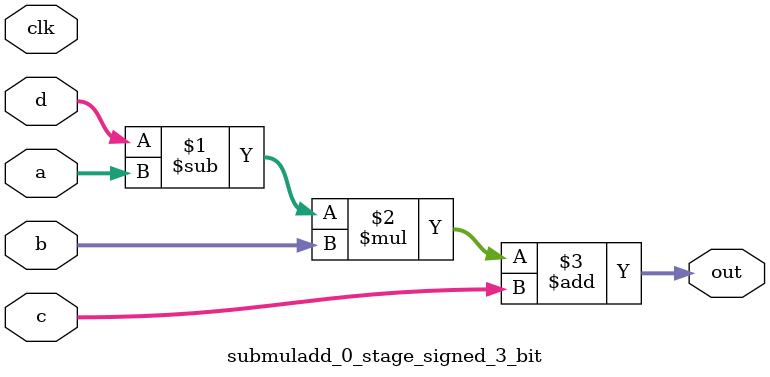
<source format=sv>
(* use_dsp = "yes" *) module submuladd_0_stage_signed_3_bit(
	input signed [2:0] a,
	input signed [2:0] b,
	input signed [2:0] c,
	input signed [2:0] d,
	output [2:0] out,
	input clk);

	assign out = ((d - a) * b) + c;
endmodule

</source>
